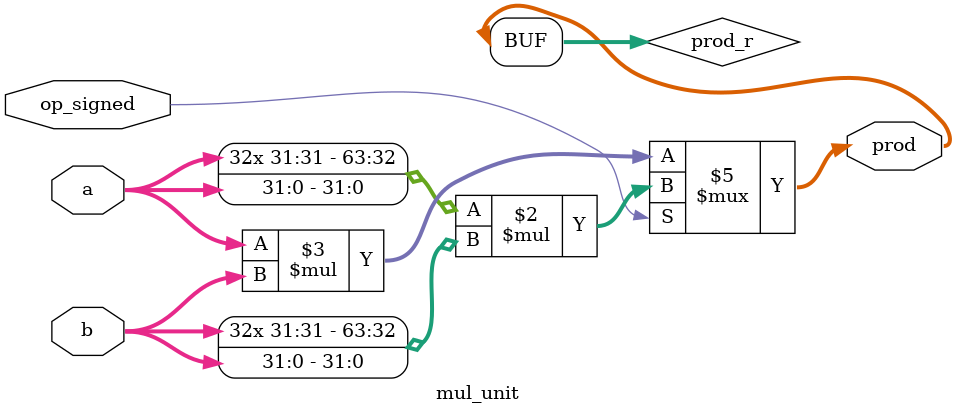
<source format=v>
`timescale 1ns/1ps

module mul_unit #(parameter EW = 32) (
input op_signed, // 1=signed*signed, 0=unsigned
input [EW-1:0] a,
input [EW-1:0] b,
output [2*EW-1:0] prod
);
reg [2*EW-1:0] prod_r;
assign prod = prod_r;
always @* begin
if (op_signed)
prod_r = $signed(a) * $signed(b);
else
prod_r = a * b;
end
endmodule
</source>
